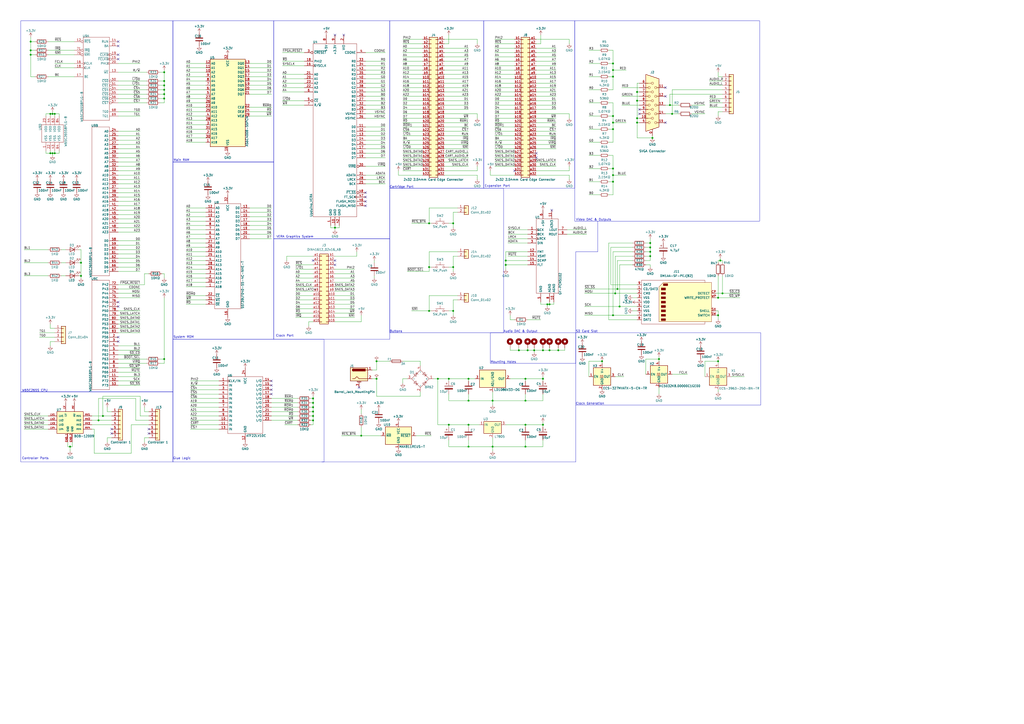
<source format=kicad_sch>
(kicad_sch
	(version 20231120)
	(generator "eeschema")
	(generator_version "8.0")
	(uuid "24268fb5-9051-453e-aa4f-3f063d8cbf81")
	(paper "A2")
	
	(junction
		(at 17.78 31.75)
		(diameter 0)
		(color 0 0 0 0)
		(uuid "0511a2a8-8e4f-4f8c-8ebc-e6ae30743f17")
	)
	(junction
		(at 248.92 129.54)
		(diameter 0)
		(color 0 0 0 0)
		(uuid "055f4555-4d71-4327-b716-65333f0b3c80")
	)
	(junction
		(at 416.56 172.72)
		(diameter 0)
		(color 0 0 0 0)
		(uuid "05f604e2-541d-4734-8204-d02b771a01f8")
	)
	(junction
		(at 29.21 88.9)
		(diameter 0)
		(color 0 0 0 0)
		(uuid "07ebd7c1-668f-488d-b46f-f7cb68c0cabb")
	)
	(junction
		(at 95.25 57.15)
		(diameter 0)
		(color 0 0 0 0)
		(uuid "0b96100e-b5e7-492b-9bd4-12e23fe03fb1")
	)
	(junction
		(at 417.83 151.13)
		(diameter 0)
		(color 0 0 0 0)
		(uuid "0cc19e3e-fc66-43df-9452-f28966d9d9b9")
	)
	(junction
		(at 95.25 208.28)
		(diameter 0)
		(color 0 0 0 0)
		(uuid "0ed27ab3-8d38-4144-be11-7325d24d990b")
	)
	(junction
		(at 293.37 151.13)
		(diameter 0)
		(color 0 0 0 0)
		(uuid "12d8bc6c-7a73-4d6e-9a2a-f0d88ea377ae")
	)
	(junction
		(at 194.31 132.08)
		(diameter 0)
		(color 0 0 0 0)
		(uuid "165a8620-cc52-4dab-809d-64ee0df4fe09")
	)
	(junction
		(at 355.6 40.64)
		(diameter 0)
		(color 0 0 0 0)
		(uuid "16c74f7b-980d-4ed2-88fd-9ab87bb14bd1")
	)
	(junction
		(at 314.96 246.38)
		(diameter 0)
		(color 0 0 0 0)
		(uuid "17317352-5770-4f74-8324-b4e733ee006c")
	)
	(junction
		(at 388.62 60.96)
		(diameter 0)
		(color 0 0 0 0)
		(uuid "1a6da629-9e06-4bba-9def-d0f1c9ede89c")
	)
	(junction
		(at 369.57 68.58)
		(diameter 0)
		(color 0 0 0 0)
		(uuid "1e5ba76c-72b1-441b-9fb0-ef4a8a1a4dba")
	)
	(junction
		(at 304.8 246.38)
		(diameter 0)
		(color 0 0 0 0)
		(uuid "2ac9d8d0-bc37-42a1-b7ae-9922cf1a5eac")
	)
	(junction
		(at 377.19 143.51)
		(diameter 0)
		(color 0 0 0 0)
		(uuid "2e035fc3-8bc2-4201-8be6-075927b02d56")
	)
	(junction
		(at 293.37 153.67)
		(diameter 0)
		(color 0 0 0 0)
		(uuid "3461c7e6-54cf-4f66-978e-2e1737befde6")
	)
	(junction
		(at 318.77 176.53)
		(diameter 0)
		(color 0 0 0 0)
		(uuid "3783c288-3d0f-4aa0-a370-200ec8aff10c")
	)
	(junction
		(at 271.78 219.71)
		(diameter 0)
		(color 0 0 0 0)
		(uuid "3b06dcf5-6e22-4565-ba18-4228106b873e")
	)
	(junction
		(at 181.61 243.84)
		(diameter 0)
		(color 0 0 0 0)
		(uuid "404b6080-2ebd-4700-a068-0ca55160176a")
	)
	(junction
		(at 254 219.71)
		(diameter 0)
		(color 0 0 0 0)
		(uuid "4355c20f-b824-4b38-acec-6dad1ee94692")
	)
	(junction
		(at 355.6 67.31)
		(diameter 0)
		(color 0 0 0 0)
		(uuid "48daedbf-cb31-4428-97d5-e4f8a82feaae")
	)
	(junction
		(at 271.78 232.41)
		(diameter 0)
		(color 0 0 0 0)
		(uuid "492124ac-16ba-4b7b-9fbb-0f0e2233e14d")
	)
	(junction
		(at 248.92 180.34)
		(diameter 0)
		(color 0 0 0 0)
		(uuid "4a114abf-1118-4789-a166-3d00a70d3984")
	)
	(junction
		(at 218.44 219.71)
		(diameter 0)
		(color 0 0 0 0)
		(uuid "4b2576c1-c304-4541-9a5d-25a299bd215d")
	)
	(junction
		(at 359.41 177.8)
		(diameter 0)
		(color 0 0 0 0)
		(uuid "4c355ad5-3043-41c8-a82f-ab065dcf09e9")
	)
	(junction
		(at 95.25 54.61)
		(diameter 0)
		(color 0 0 0 0)
		(uuid "4cf2456d-85c1-4dfe-8b61-78a65a64e07f")
	)
	(junction
		(at 30.48 66.04)
		(diameter 0)
		(color 0 0 0 0)
		(uuid "514b94c8-5cf1-4ebb-b377-2ae3ba527c3e")
	)
	(junction
		(at 95.25 41.91)
		(diameter 0)
		(color 0 0 0 0)
		(uuid "55edda16-0e77-4be2-a973-006669076d79")
	)
	(junction
		(at 285.75 259.08)
		(diameter 0)
		(color 0 0 0 0)
		(uuid "59c92d1d-234e-479f-b443-1e93c93278f4")
	)
	(junction
		(at 377.19 148.59)
		(diameter 0)
		(color 0 0 0 0)
		(uuid "5ba6f890-e8f3-4fe5-b65e-57d7bd225414")
	)
	(junction
		(at 355.6 182.88)
		(diameter 0)
		(color 0 0 0 0)
		(uuid "5e560022-889e-4df6-872f-d0ca772a7b7f")
	)
	(junction
		(at 369.57 53.34)
		(diameter 0)
		(color 0 0 0 0)
		(uuid "5f153c3e-885c-440c-9da3-1c3e38ea305a")
	)
	(junction
		(at 260.35 246.38)
		(diameter 0)
		(color 0 0 0 0)
		(uuid "63111a55-6315-49d2-a978-a1cf97315605")
	)
	(junction
		(at 304.8 259.08)
		(diameter 0)
		(color 0 0 0 0)
		(uuid "6366b1c8-336d-46ff-ae45-8848cb0579fc")
	)
	(junction
		(at 181.61 231.14)
		(diameter 0)
		(color 0 0 0 0)
		(uuid "647f9f6a-163e-4096-a9a8-32eb2b14c02e")
	)
	(junction
		(at 248.92 154.94)
		(diameter 0)
		(color 0 0 0 0)
		(uuid "6688481a-bb1d-4a7d-bb48-103296663e29")
	)
	(junction
		(at 262.89 180.34)
		(diameter 0)
		(color 0 0 0 0)
		(uuid "68e5833d-8495-41b5-a662-1c727c7cdabf")
	)
	(junction
		(at 29.21 66.04)
		(diameter 0)
		(color 0 0 0 0)
		(uuid "6c204841-57f7-4b89-96c7-81b1bd36d8d5")
	)
	(junction
		(at 181.61 241.3)
		(diameter 0)
		(color 0 0 0 0)
		(uuid "6ca25e10-e790-49b6-9f88-67f4c1834a0b")
	)
	(junction
		(at 355.6 71.12)
		(diameter 0)
		(color 0 0 0 0)
		(uuid "6e453fed-44d1-4244-9415-b310efa03310")
	)
	(junction
		(at 377.19 146.05)
		(diameter 0)
		(color 0 0 0 0)
		(uuid "7249232a-2cd5-47bd-82f2-d251e1fc720c")
	)
	(junction
		(at 17.78 24.13)
		(diameter 0)
		(color 0 0 0 0)
		(uuid "76a3a812-a8f9-455a-8936-0d1b3c209f68")
	)
	(junction
		(at 31.75 88.9)
		(diameter 0)
		(color 0 0 0 0)
		(uuid "7a7956fa-0cbe-46bc-a668-612cef11308b")
	)
	(junction
		(at 314.96 203.2)
		(diameter 0)
		(color 0 0 0 0)
		(uuid "7bd8b1ae-fa79-4ee4-a745-fc9606a9db08")
	)
	(junction
		(at 181.61 236.22)
		(diameter 0)
		(color 0 0 0 0)
		(uuid "7c4e6792-0f28-444f-bbe8-c6720c534179")
	)
	(junction
		(at 95.25 46.99)
		(diameter 0)
		(color 0 0 0 0)
		(uuid "7cd24309-e546-47a8-975f-197650bf6472")
	)
	(junction
		(at 389.89 66.04)
		(diameter 0)
		(color 0 0 0 0)
		(uuid "7de50276-b997-42b6-a400-ccc2a9c0138c")
	)
	(junction
		(at 317.5 176.53)
		(diameter 0)
		(color 0 0 0 0)
		(uuid "83322db4-d4eb-47e9-bd3b-b42a5c83d9a7")
	)
	(junction
		(at 355.6 97.79)
		(diameter 0)
		(color 0 0 0 0)
		(uuid "84fe340a-3ba6-42a8-bd21-f62a26ecb342")
	)
	(junction
		(at 209.55 252.73)
		(diameter 0)
		(color 0 0 0 0)
		(uuid "88bfb189-86dc-4141-a51e-8e94800d993d")
	)
	(junction
		(at 318.77 203.2)
		(diameter 0)
		(color 0 0 0 0)
		(uuid "891d2ba3-67c0-40c7-b2fe-f49b4122d6b4")
	)
	(junction
		(at 40.64 259.08)
		(diameter 0)
		(color 0 0 0 0)
		(uuid "89254a86-0511-4f02-89be-ec8f73e3fbef")
	)
	(junction
		(at 419.1 170.18)
		(diameter 0)
		(color 0 0 0 0)
		(uuid "8954e231-0fc1-4f6d-b69b-990e1719b5f4")
	)
	(junction
		(at 304.8 219.71)
		(diameter 0)
		(color 0 0 0 0)
		(uuid "8c95dc24-d826-4403-8c5a-37557cfaccb4")
	)
	(junction
		(at 355.6 105.41)
		(diameter 0)
		(color 0 0 0 0)
		(uuid "8cd7531f-6ae0-44ba-9acb-9fa6380caea8")
	)
	(junction
		(at 355.6 74.93)
		(diameter 0)
		(color 0 0 0 0)
		(uuid "8eb4319d-9959-484e-8e04-17f2b2a3f931")
	)
	(junction
		(at 355.6 36.83)
		(diameter 0)
		(color 0 0 0 0)
		(uuid "8f898566-c891-4b90-9b83-253651024179")
	)
	(junction
		(at 306.07 203.2)
		(diameter 0)
		(color 0 0 0 0)
		(uuid "904b87ce-b2a2-4bfd-8774-04d4c532c42b")
	)
	(junction
		(at
... [511762 chars truncated]
</source>
